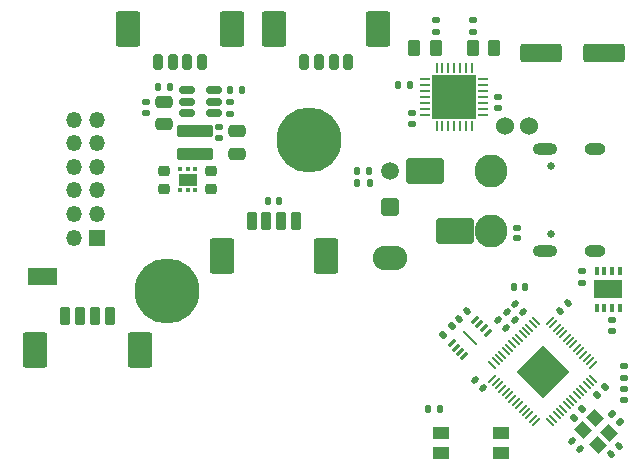
<source format=gbr>
%TF.GenerationSoftware,KiCad,Pcbnew,8.0.7*%
%TF.CreationDate,2024-12-18T08:34:55+08:00*%
%TF.ProjectId,SB-main-board,53422d6d-6169-46e2-9d62-6f6172642e6b,B1*%
%TF.SameCoordinates,Original*%
%TF.FileFunction,Soldermask,Top*%
%TF.FilePolarity,Negative*%
%FSLAX46Y46*%
G04 Gerber Fmt 4.6, Leading zero omitted, Abs format (unit mm)*
G04 Created by KiCad (PCBNEW 8.0.7) date 2024-12-18 08:34:55*
%MOMM*%
%LPD*%
G01*
G04 APERTURE LIST*
G04 Aperture macros list*
%AMRoundRect*
0 Rectangle with rounded corners*
0 $1 Rounding radius*
0 $2 $3 $4 $5 $6 $7 $8 $9 X,Y pos of 4 corners*
0 Add a 4 corners polygon primitive as box body*
4,1,4,$2,$3,$4,$5,$6,$7,$8,$9,$2,$3,0*
0 Add four circle primitives for the rounded corners*
1,1,$1+$1,$2,$3*
1,1,$1+$1,$4,$5*
1,1,$1+$1,$6,$7*
1,1,$1+$1,$8,$9*
0 Add four rect primitives between the rounded corners*
20,1,$1+$1,$2,$3,$4,$5,0*
20,1,$1+$1,$4,$5,$6,$7,0*
20,1,$1+$1,$6,$7,$8,$9,0*
20,1,$1+$1,$8,$9,$2,$3,0*%
%AMRotRect*
0 Rectangle, with rotation*
0 The origin of the aperture is its center*
0 $1 length*
0 $2 width*
0 $3 Rotation angle, in degrees counterclockwise*
0 Add horizontal line*
21,1,$1,$2,0,0,$3*%
G04 Aperture macros list end*
%ADD10R,1.350000X1.000000*%
%ADD11RoundRect,0.200000X-0.200000X-0.600000X0.200000X-0.600000X0.200000X0.600000X-0.200000X0.600000X0*%
%ADD12RoundRect,0.250001X-0.799999X-1.249999X0.799999X-1.249999X0.799999X1.249999X-0.799999X1.249999X0*%
%ADD13RoundRect,0.147500X0.147500X0.172500X-0.147500X0.172500X-0.147500X-0.172500X0.147500X-0.172500X0*%
%ADD14RoundRect,0.135000X-0.135000X-0.185000X0.135000X-0.185000X0.135000X0.185000X-0.135000X0.185000X0*%
%ADD15RoundRect,0.135000X-0.035355X0.226274X-0.226274X0.035355X0.035355X-0.226274X0.226274X-0.035355X0*%
%ADD16RoundRect,0.225000X0.250000X-0.225000X0.250000X0.225000X-0.250000X0.225000X-0.250000X-0.225000X0*%
%ADD17RoundRect,0.135000X-0.185000X0.135000X-0.185000X-0.135000X0.185000X-0.135000X0.185000X0.135000X0*%
%ADD18C,2.800000*%
%ADD19C,1.524000*%
%ADD20RoundRect,0.140000X0.170000X-0.140000X0.170000X0.140000X-0.170000X0.140000X-0.170000X-0.140000X0*%
%ADD21RoundRect,0.063500X-0.197566X-0.287368X0.287368X0.197566X0.197566X0.287368X-0.287368X-0.197566X0*%
%ADD22RotRect,0.203200X1.600200X45.000000*%
%ADD23RoundRect,0.140000X0.219203X0.021213X0.021213X0.219203X-0.219203X-0.021213X-0.021213X-0.219203X0*%
%ADD24RoundRect,0.140000X-0.021213X0.219203X-0.219203X0.021213X0.021213X-0.219203X0.219203X-0.021213X0*%
%ADD25RoundRect,0.140000X-0.219203X-0.021213X-0.021213X-0.219203X0.219203X0.021213X0.021213X0.219203X0*%
%ADD26RoundRect,0.140000X0.021213X-0.219203X0.219203X-0.021213X-0.021213X0.219203X-0.219203X0.021213X0*%
%ADD27RoundRect,0.062500X-0.325000X-0.062500X0.325000X-0.062500X0.325000X0.062500X-0.325000X0.062500X0*%
%ADD28RoundRect,0.062500X-0.062500X-0.325000X0.062500X-0.325000X0.062500X0.325000X-0.062500X0.325000X0*%
%ADD29R,3.750000X3.750000*%
%ADD30RoundRect,0.110000X-1.390000X0.440000X-1.390000X-0.440000X1.390000X-0.440000X1.390000X0.440000X0*%
%ADD31RoundRect,0.261905X-1.338095X-0.838095X1.338095X-0.838095X1.338095X0.838095X-1.338095X0.838095X0*%
%ADD32RotRect,1.150000X1.000000X315.000000*%
%ADD33RoundRect,0.250000X0.475000X-0.250000X0.475000X0.250000X-0.475000X0.250000X-0.475000X-0.250000X0*%
%ADD34RoundRect,0.140000X0.140000X0.170000X-0.140000X0.170000X-0.140000X-0.170000X0.140000X-0.170000X0*%
%ADD35RoundRect,0.135000X0.226274X0.035355X0.035355X0.226274X-0.226274X-0.035355X-0.035355X-0.226274X0*%
%ADD36RoundRect,0.140000X-0.140000X-0.170000X0.140000X-0.170000X0.140000X0.170000X-0.140000X0.170000X0*%
%ADD37RoundRect,0.250000X-1.500000X-0.550000X1.500000X-0.550000X1.500000X0.550000X-1.500000X0.550000X0*%
%ADD38RoundRect,0.250000X-0.475000X0.250000X-0.475000X-0.250000X0.475000X-0.250000X0.475000X0.250000X0*%
%ADD39RoundRect,0.050000X-0.238649X-0.309359X0.309359X0.238649X0.238649X0.309359X-0.309359X-0.238649X0*%
%ADD40RoundRect,0.050000X0.238649X-0.309359X0.309359X-0.238649X-0.238649X0.309359X-0.309359X0.238649X0*%
%ADD41RotRect,3.200000X3.200000X45.000000*%
%ADD42O,2.900000X2.100000*%
%ADD43RoundRect,0.250001X0.499999X0.499999X-0.499999X0.499999X-0.499999X-0.499999X0.499999X-0.499999X0*%
%ADD44C,1.500000*%
%ADD45RoundRect,0.093750X0.106250X-0.093750X0.106250X0.093750X-0.106250X0.093750X-0.106250X-0.093750X0*%
%ADD46R,1.600000X1.000000*%
%ADD47RoundRect,0.140000X-0.170000X0.140000X-0.170000X-0.140000X0.170000X-0.140000X0.170000X0.140000X0*%
%ADD48RoundRect,0.200000X0.200000X0.450000X-0.200000X0.450000X-0.200000X-0.450000X0.200000X-0.450000X0*%
%ADD49RoundRect,0.250001X0.799999X1.249999X-0.799999X1.249999X-0.799999X-1.249999X0.799999X-1.249999X0*%
%ADD50RoundRect,0.250000X0.262500X0.450000X-0.262500X0.450000X-0.262500X-0.450000X0.262500X-0.450000X0*%
%ADD51C,5.500000*%
%ADD52RoundRect,0.250000X-0.262500X-0.450000X0.262500X-0.450000X0.262500X0.450000X-0.262500X0.450000X0*%
%ADD53RoundRect,0.147500X0.172500X-0.147500X0.172500X0.147500X-0.172500X0.147500X-0.172500X-0.147500X0*%
%ADD54RoundRect,0.150000X0.512500X0.150000X-0.512500X0.150000X-0.512500X-0.150000X0.512500X-0.150000X0*%
%ADD55RoundRect,0.125000X0.225000X-0.125000X0.225000X0.125000X-0.225000X0.125000X-0.225000X-0.125000X0*%
%ADD56RoundRect,0.225000X-0.250000X0.225000X-0.250000X-0.225000X0.250000X-0.225000X0.250000X0.225000X0*%
%ADD57RoundRect,0.135000X0.035355X-0.226274X0.226274X-0.035355X-0.035355X0.226274X-0.226274X0.035355X0*%
%ADD58R,1.350000X1.350000*%
%ADD59O,1.350000X1.350000*%
%ADD60R,0.350000X0.650000*%
%ADD61R,2.400000X1.550000*%
%ADD62C,0.650000*%
%ADD63O,1.800000X1.000000*%
%ADD64O,2.100000X1.000000*%
G04 APERTURE END LIST*
D10*
%TO.C,SW1*%
X109255330Y-106623664D03*
X109255330Y-104923664D03*
X114305330Y-104923664D03*
X114305330Y-106623664D03*
%TD*%
D11*
%TO.C,J7*%
X77461330Y-95035664D03*
X78711330Y-95035664D03*
X79961330Y-95035664D03*
X81211330Y-95035664D03*
D12*
X74911330Y-97935664D03*
X83761330Y-97935664D03*
%TD*%
D13*
%TO.C,D4*%
X103161330Y-82797964D03*
X102191330Y-82797964D03*
%TD*%
D14*
%TO.C,R14*%
X105647722Y-75483665D03*
X106667722Y-75483665D03*
%TD*%
D15*
%TO.C,R2*%
X110170829Y-95894303D03*
X109449581Y-96615551D03*
%TD*%
D11*
%TO.C,J4*%
X93230330Y-87030664D03*
X94480330Y-87030664D03*
X95730330Y-87030664D03*
X96980330Y-87030664D03*
D12*
X90680330Y-89930664D03*
X99530330Y-89930664D03*
%TD*%
D16*
%TO.C,C17*%
X85805329Y-84278165D03*
X85805329Y-82728165D03*
%TD*%
D17*
%TO.C,R6*%
X124725330Y-99253664D03*
X124725330Y-100273664D03*
%TD*%
D18*
%TO.C,J1*%
X113482830Y-87877964D03*
X113482830Y-82797964D03*
D19*
X114712830Y-78947964D03*
X116712830Y-78947964D03*
%TD*%
D20*
%TO.C,C21*%
X114087722Y-77443665D03*
X114087722Y-76483665D03*
%TD*%
D21*
%TO.C,U2*%
X110186181Y-97352151D03*
X110539735Y-97705705D03*
X110893289Y-98059259D03*
X111246843Y-98412813D03*
X113224479Y-96435177D03*
X112870925Y-96081623D03*
X112517371Y-95728069D03*
X112163817Y-95374515D03*
D22*
X111705330Y-96893664D03*
%TD*%
D23*
%TO.C,C11*%
X112780365Y-101164066D03*
X112101543Y-100485244D03*
%TD*%
D24*
%TO.C,C3*%
X124298261Y-106031067D03*
X123619439Y-106709889D03*
%TD*%
D25*
%TO.C,C2*%
X120381357Y-105611734D03*
X121060179Y-106290556D03*
%TD*%
D26*
%TO.C,C7*%
X119318124Y-94626307D03*
X119996946Y-93947485D03*
%TD*%
D27*
%TO.C,U6*%
X107925222Y-74983665D03*
X107925222Y-75483665D03*
X107925222Y-75983665D03*
X107925222Y-76483665D03*
X107925222Y-76983665D03*
X107925222Y-77483665D03*
X107925222Y-77983665D03*
D28*
X108887722Y-78946165D03*
X109387722Y-78946165D03*
X109887722Y-78946165D03*
X110387722Y-78946165D03*
X110887722Y-78946165D03*
X111387722Y-78946165D03*
X111887722Y-78946165D03*
D27*
X112850222Y-77983665D03*
X112850222Y-77483665D03*
X112850222Y-76983665D03*
X112850222Y-76483665D03*
X112850222Y-75983665D03*
X112850222Y-75483665D03*
X112850222Y-74983665D03*
D28*
X111887722Y-74021165D03*
X111387722Y-74021165D03*
X110887722Y-74021165D03*
X110387722Y-74021165D03*
X109887722Y-74021165D03*
X109387722Y-74021165D03*
X108887722Y-74021165D03*
D29*
X110387722Y-76483665D03*
%TD*%
D14*
%TO.C,R3*%
X108135330Y-102943664D03*
X109155330Y-102943664D03*
%TD*%
D23*
%TO.C,C6*%
X115507192Y-95373235D03*
X114828370Y-94694413D03*
%TD*%
D30*
%TO.C,L1*%
X88435328Y-79393165D03*
X88435328Y-81293165D03*
%TD*%
D31*
%TO.C,TP1*%
X110414730Y-87877964D03*
%TD*%
D32*
%TO.C,Y1*%
X121295757Y-104697334D03*
X122533194Y-105934771D03*
X123523143Y-104944822D03*
X122285706Y-103707385D03*
%TD*%
D33*
%TO.C,C18*%
X91975328Y-81293164D03*
X91975328Y-79393166D03*
%TD*%
D34*
%TO.C,C34*%
X116370330Y-92585664D03*
X115410330Y-92585664D03*
%TD*%
D35*
%TO.C,R5*%
X124437543Y-104030422D03*
X123716295Y-103309174D03*
%TD*%
D36*
%TO.C,C33*%
X94620330Y-85265664D03*
X95580330Y-85265664D03*
%TD*%
D20*
%TO.C,C20*%
X106787722Y-78793664D03*
X106787722Y-77833664D03*
%TD*%
D37*
%TO.C,C22*%
X117695330Y-72793664D03*
X123095330Y-72793664D03*
%TD*%
D23*
%TO.C,C13*%
X116214298Y-94666129D03*
X115535476Y-93987307D03*
%TD*%
D38*
%TO.C,C16*%
X85805329Y-76875664D03*
X85805329Y-78775662D03*
%TD*%
D14*
%TO.C,R18*%
X102191330Y-83805664D03*
X103211330Y-83805664D03*
%TD*%
D39*
%TO.C,U1*%
X113618565Y-100325866D03*
X113901408Y-100608709D03*
X114184250Y-100891551D03*
X114467093Y-101174394D03*
X114749936Y-101457237D03*
X115032778Y-101740079D03*
X115315621Y-102022922D03*
X115598464Y-102305765D03*
X115881307Y-102588608D03*
X116164149Y-102871450D03*
X116446992Y-103154293D03*
X116729835Y-103437136D03*
X117012677Y-103719978D03*
X117295520Y-104002821D03*
D40*
X118479924Y-104002821D03*
X118762767Y-103719978D03*
X119045609Y-103437136D03*
X119328452Y-103154293D03*
X119611295Y-102871450D03*
X119894137Y-102588608D03*
X120176980Y-102305765D03*
X120459823Y-102022922D03*
X120742666Y-101740079D03*
X121025508Y-101457237D03*
X121308351Y-101174394D03*
X121591194Y-100891551D03*
X121874036Y-100608709D03*
X122156879Y-100325866D03*
D39*
X122156879Y-99141462D03*
X121874036Y-98858619D03*
X121591194Y-98575777D03*
X121308351Y-98292934D03*
X121025508Y-98010091D03*
X120742666Y-97727249D03*
X120459823Y-97444406D03*
X120176980Y-97161563D03*
X119894137Y-96878720D03*
X119611295Y-96595878D03*
X119328452Y-96313035D03*
X119045609Y-96030192D03*
X118762767Y-95747350D03*
X118479924Y-95464507D03*
D40*
X117295520Y-95464507D03*
X117012677Y-95747350D03*
X116729835Y-96030192D03*
X116446992Y-96313035D03*
X116164149Y-96595878D03*
X115881307Y-96878720D03*
X115598464Y-97161563D03*
X115315621Y-97444406D03*
X115032778Y-97727249D03*
X114749936Y-98010091D03*
X114467093Y-98292934D03*
X114184250Y-98575777D03*
X113901408Y-98858619D03*
X113618565Y-99141462D03*
D41*
X117887722Y-99733664D03*
%TD*%
D14*
%TO.C,R12*%
X91425328Y-75925665D03*
X92445326Y-75925665D03*
%TD*%
D42*
%TO.C,J5*%
X104905330Y-90117964D03*
D43*
X104905330Y-85797964D03*
D44*
X104905330Y-82797964D03*
%TD*%
D45*
%TO.C,U5*%
X87166908Y-84390664D03*
X87816908Y-84390664D03*
X88466908Y-84390664D03*
X88466908Y-82615664D03*
X87816908Y-82615664D03*
X87166908Y-82615664D03*
D46*
X87816908Y-83503164D03*
%TD*%
D47*
%TO.C,C35*%
X84325329Y-76875664D03*
X84325329Y-77835664D03*
%TD*%
D48*
%TO.C,J8*%
X101419330Y-73489664D03*
X100169330Y-73489664D03*
X98919330Y-73489664D03*
X97669330Y-73489664D03*
D49*
X103969330Y-70739664D03*
X95119330Y-70739664D03*
%TD*%
D23*
%TO.C,C12*%
X114800086Y-96080341D03*
X114121264Y-95401519D03*
%TD*%
D50*
%TO.C,R16*%
X108837722Y-72383664D03*
X107012722Y-72383664D03*
%TD*%
D51*
%TO.C,H2*%
X86086330Y-92876664D03*
%TD*%
D31*
%TO.C,TP2*%
X107870330Y-82797964D03*
%TD*%
D20*
%TO.C,C27*%
X111937722Y-70963664D03*
X111937722Y-70003664D03*
%TD*%
D52*
%TO.C,R15*%
X111937722Y-72383664D03*
X113762722Y-72383664D03*
%TD*%
D47*
%TO.C,C14*%
X123746922Y-95345664D03*
X123746922Y-96305664D03*
%TD*%
D20*
%TO.C,C28*%
X108837722Y-70963664D03*
X108837722Y-70003664D03*
%TD*%
D53*
%TO.C,D1*%
X124725330Y-102179064D03*
X124725330Y-101209064D03*
%TD*%
D17*
%TO.C,R13*%
X91425328Y-76883167D03*
X91425328Y-77903165D03*
%TD*%
D54*
%TO.C,U4*%
X90042828Y-77825664D03*
X90042828Y-76875664D03*
X90042828Y-75925664D03*
X87767828Y-75925664D03*
X87767828Y-76875664D03*
X87767828Y-77825664D03*
%TD*%
D55*
%TO.C,D2*%
X115687722Y-88393664D03*
X115687722Y-87593664D03*
%TD*%
D56*
%TO.C,C19*%
X89828484Y-82728164D03*
X89828484Y-84278164D03*
%TD*%
D51*
%TO.C,H1*%
X98070330Y-80105664D03*
%TD*%
D57*
%TO.C,R4*%
X120499426Y-103632302D03*
X121220674Y-102911054D03*
%TD*%
D58*
%TO.C,J9*%
X80156472Y-88406664D03*
D59*
X78156472Y-88406664D03*
X80156472Y-86406664D03*
X78156472Y-86406664D03*
X80156472Y-84406664D03*
X78156472Y-84406664D03*
X80156472Y-82406664D03*
X78156472Y-82406664D03*
X80156472Y-80406664D03*
X78156472Y-80406664D03*
X80156472Y-78406664D03*
X78156472Y-78406664D03*
%TD*%
D26*
%TO.C,C1*%
X110772809Y-95292323D03*
X111451631Y-94613501D03*
%TD*%
D47*
%TO.C,C15*%
X90495327Y-79043165D03*
X90495327Y-80003165D03*
%TD*%
D17*
%TO.C,R10*%
X121164314Y-91223663D03*
X121164314Y-92243663D03*
%TD*%
D14*
%TO.C,R11*%
X85295330Y-75653166D03*
X86315328Y-75653166D03*
%TD*%
D15*
%TO.C,R1*%
X123150642Y-101008503D03*
X122429394Y-101729751D03*
%TD*%
D60*
%TO.C,U3*%
X122446922Y-94323664D03*
X123096922Y-94323664D03*
X123746922Y-94323664D03*
X124396922Y-94323664D03*
X124396922Y-91223664D03*
X123746922Y-91223664D03*
X123096922Y-91223664D03*
X122446922Y-91223664D03*
D61*
X123421922Y-92773664D03*
%TD*%
D48*
%TO.C,J6*%
X89045330Y-73489664D03*
X87795330Y-73489664D03*
X86545330Y-73489664D03*
X85295330Y-73489664D03*
D49*
X91595330Y-70739664D03*
X82745330Y-70739664D03*
%TD*%
D62*
%TO.C,J2*%
X118582722Y-82303664D03*
X118582722Y-88083664D03*
D63*
X122262722Y-80873664D03*
D64*
X118082722Y-80873664D03*
D63*
X122262722Y-89513664D03*
D64*
X118082722Y-89513664D03*
%TD*%
G36*
X76752024Y-91023970D02*
G01*
X76770330Y-91068164D01*
X76770330Y-92343164D01*
X76752024Y-92387358D01*
X76707830Y-92405664D01*
X74332830Y-92405664D01*
X74288636Y-92387358D01*
X74270330Y-92343164D01*
X74270330Y-91068164D01*
X74288636Y-91023970D01*
X74332830Y-91005664D01*
X76707830Y-91005664D01*
X76752024Y-91023970D01*
G37*
M02*

</source>
